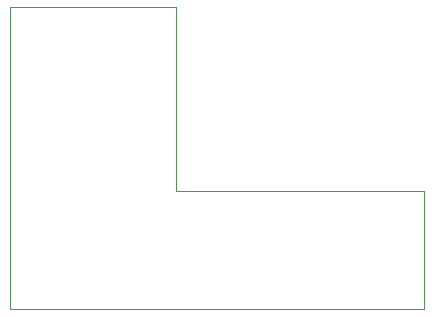
<source format=gbr>
%TF.GenerationSoftware,Altium Limited,Altium NEXUS,2.1.5 (53)*%
G04 Layer_Color=0*
%FSLAX44Y44*%
%MOMM*%
%TF.FileFunction,Profile,NP*%
%TF.Part,Single*%
G01*
G75*
%TA.AperFunction,Profile*%
%ADD22C,0.0254*%
D22*
X140208Y100076D02*
Y255778D01*
X208D01*
Y76D01*
X350208D01*
Y100076D01*
X140208D01*
%TF.MD5,6ed77895d8640f76474330930199ce5b*%
M02*

</source>
